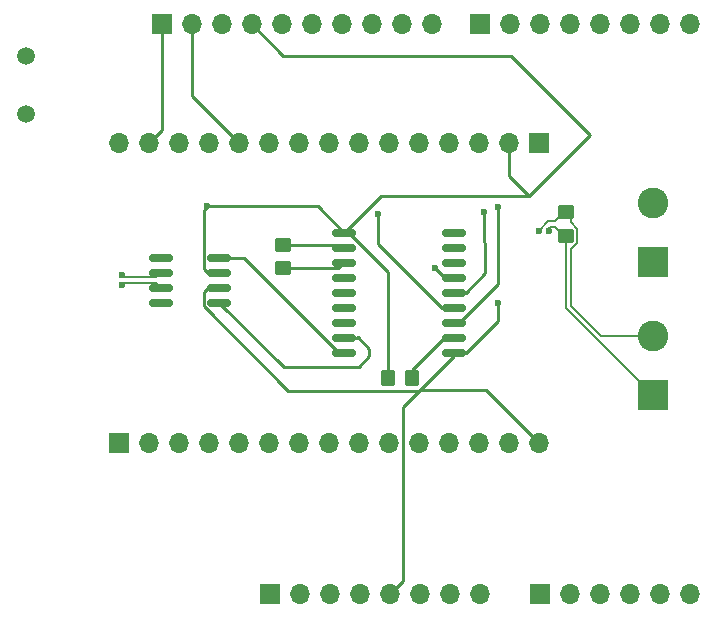
<source format=gbr>
%TF.GenerationSoftware,KiCad,Pcbnew,8.0.2*%
%TF.CreationDate,2024-05-23T15:40:16-04:00*%
%TF.ProjectId,ORA_Arduino_ESP_CAN_Shield_Rev_1.2,4f52415f-4172-4647-9569-6e6f5f455350,rev?*%
%TF.SameCoordinates,Original*%
%TF.FileFunction,Copper,L2,Bot*%
%TF.FilePolarity,Positive*%
%FSLAX46Y46*%
G04 Gerber Fmt 4.6, Leading zero omitted, Abs format (unit mm)*
G04 Created by KiCad (PCBNEW 8.0.2) date 2024-05-23 15:40:16*
%MOMM*%
%LPD*%
G01*
G04 APERTURE LIST*
G04 Aperture macros list*
%AMRoundRect*
0 Rectangle with rounded corners*
0 $1 Rounding radius*
0 $2 $3 $4 $5 $6 $7 $8 $9 X,Y pos of 4 corners*
0 Add a 4 corners polygon primitive as box body*
4,1,4,$2,$3,$4,$5,$6,$7,$8,$9,$2,$3,0*
0 Add four circle primitives for the rounded corners*
1,1,$1+$1,$2,$3*
1,1,$1+$1,$4,$5*
1,1,$1+$1,$6,$7*
1,1,$1+$1,$8,$9*
0 Add four rect primitives between the rounded corners*
20,1,$1+$1,$2,$3,$4,$5,0*
20,1,$1+$1,$4,$5,$6,$7,0*
20,1,$1+$1,$6,$7,$8,$9,0*
20,1,$1+$1,$8,$9,$2,$3,0*%
G04 Aperture macros list end*
%TA.AperFunction,ComponentPad*%
%ADD10R,1.700000X1.700000*%
%TD*%
%TA.AperFunction,ComponentPad*%
%ADD11O,1.700000X1.700000*%
%TD*%
%TA.AperFunction,ComponentPad*%
%ADD12C,1.500000*%
%TD*%
%TA.AperFunction,ComponentPad*%
%ADD13R,2.600000X2.600000*%
%TD*%
%TA.AperFunction,ComponentPad*%
%ADD14C,2.600000*%
%TD*%
%TA.AperFunction,SMDPad,CuDef*%
%ADD15RoundRect,0.150000X-0.875000X-0.150000X0.875000X-0.150000X0.875000X0.150000X-0.875000X0.150000X0*%
%TD*%
%TA.AperFunction,SMDPad,CuDef*%
%ADD16RoundRect,0.250000X0.450000X-0.350000X0.450000X0.350000X-0.450000X0.350000X-0.450000X-0.350000X0*%
%TD*%
%TA.AperFunction,SMDPad,CuDef*%
%ADD17RoundRect,0.250000X-0.450000X0.350000X-0.450000X-0.350000X0.450000X-0.350000X0.450000X0.350000X0*%
%TD*%
%TA.AperFunction,SMDPad,CuDef*%
%ADD18RoundRect,0.150000X0.825000X0.150000X-0.825000X0.150000X-0.825000X-0.150000X0.825000X-0.150000X0*%
%TD*%
%TA.AperFunction,SMDPad,CuDef*%
%ADD19RoundRect,0.250000X-0.350000X-0.450000X0.350000X-0.450000X0.350000X0.450000X-0.350000X0.450000X0*%
%TD*%
%TA.AperFunction,ViaPad*%
%ADD20C,0.600000*%
%TD*%
%TA.AperFunction,Conductor*%
%ADD21C,0.250000*%
%TD*%
%TA.AperFunction,Conductor*%
%ADD22C,0.200000*%
%TD*%
G04 APERTURE END LIST*
D10*
%TO.P,J1,1,Pin_1*%
%TO.N,unconnected-(J1-Pin_1-Pad1)*%
X127940000Y-97460000D03*
D11*
%TO.P,J1,2,Pin_2*%
%TO.N,unconnected-(J1-Pin_2-Pad2)*%
X130480000Y-97460000D03*
%TO.P,J1,3,Pin_3*%
%TO.N,unconnected-(J1-Pin_3-Pad3)*%
X133020000Y-97460000D03*
%TO.P,J1,4,Pin_4*%
%TO.N,unconnected-(J1-Pin_4-Pad4)*%
X135560000Y-97460000D03*
%TO.P,J1,5,Pin_5*%
%TO.N,+5V*%
X138100000Y-97460000D03*
%TO.P,J1,6,Pin_6*%
%TO.N,GND*%
X140640000Y-97460000D03*
%TO.P,J1,7,Pin_7*%
X143180000Y-97460000D03*
%TO.P,J1,8,Pin_8*%
%TO.N,unconnected-(J1-Pin_8-Pad8)*%
X145720000Y-97460000D03*
%TD*%
D10*
%TO.P,J3,1,Pin_1*%
%TO.N,unconnected-(J3-Pin_1-Pad1)*%
X150800000Y-97460000D03*
D11*
%TO.P,J3,2,Pin_2*%
%TO.N,unconnected-(J3-Pin_2-Pad2)*%
X153340000Y-97460000D03*
%TO.P,J3,3,Pin_3*%
%TO.N,unconnected-(J3-Pin_3-Pad3)*%
X155880000Y-97460000D03*
%TO.P,J3,4,Pin_4*%
%TO.N,unconnected-(J3-Pin_4-Pad4)*%
X158420000Y-97460000D03*
%TO.P,J3,5,Pin_5*%
%TO.N,unconnected-(J3-Pin_5-Pad5)*%
X160960000Y-97460000D03*
%TO.P,J3,6,Pin_6*%
%TO.N,unconnected-(J3-Pin_6-Pad6)*%
X163500000Y-97460000D03*
%TD*%
D10*
%TO.P,J2,1,Pin_1*%
%TO.N,SCL*%
X118796000Y-49200000D03*
D11*
%TO.P,J2,2,Pin_2*%
%TO.N,SDA*%
X121336000Y-49200000D03*
%TO.P,J2,3,Pin_3*%
%TO.N,unconnected-(J2-Pin_3-Pad3)*%
X123876000Y-49200000D03*
%TO.P,J2,4,Pin_4*%
%TO.N,GND*%
X126416000Y-49200000D03*
%TO.P,J2,5,Pin_5*%
%TO.N,SCK*%
X128956000Y-49200000D03*
%TO.P,J2,6,Pin_6*%
%TO.N,SO*%
X131496000Y-49200000D03*
%TO.P,J2,7,Pin_7*%
%TO.N,SI*%
X134036000Y-49200000D03*
%TO.P,J2,8,Pin_8*%
%TO.N,CS*%
X136576000Y-49200000D03*
%TO.P,J2,9,Pin_9*%
%TO.N,unconnected-(J2-Pin_9-Pad9)*%
X139116000Y-49200000D03*
%TO.P,J2,10,Pin_10*%
%TO.N,unconnected-(J2-Pin_10-Pad10)*%
X141656000Y-49200000D03*
%TD*%
D10*
%TO.P,J4,1,Pin_1*%
%TO.N,unconnected-(J4-Pin_1-Pad1)*%
X145720000Y-49200000D03*
D11*
%TO.P,J4,2,Pin_2*%
%TO.N,unconnected-(J4-Pin_2-Pad2)*%
X148260000Y-49200000D03*
%TO.P,J4,3,Pin_3*%
%TO.N,unconnected-(J4-Pin_3-Pad3)*%
X150800000Y-49200000D03*
%TO.P,J4,4,Pin_4*%
%TO.N,unconnected-(J4-Pin_4-Pad4)*%
X153340000Y-49200000D03*
%TO.P,J4,5,Pin_5*%
%TO.N,unconnected-(J4-Pin_5-Pad5)*%
X155880000Y-49200000D03*
%TO.P,J4,6,Pin_6*%
%TO.N,unconnected-(J4-Pin_6-Pad6)*%
X158420000Y-49200000D03*
%TO.P,J4,7,Pin_7*%
%TO.N,unconnected-(J4-Pin_7-Pad7)*%
X160960000Y-49200000D03*
%TO.P,J4,8,Pin_8*%
%TO.N,unconnected-(J4-Pin_8-Pad8)*%
X163500000Y-49200000D03*
%TD*%
D12*
%TO.P,Y1,1,1*%
%TO.N,Net-(U2-OSC1)*%
X107290000Y-51890000D03*
%TO.P,Y1,2,2*%
%TO.N,Net-(U2-OSC2)*%
X107290000Y-56770000D03*
%TD*%
D13*
%TO.P,J5,1,Pin_1*%
%TO.N,CAN-*%
X160365000Y-80600000D03*
D14*
%TO.P,J5,2,Pin_2*%
%TO.N,CAN+*%
X160365000Y-75600000D03*
%TD*%
D13*
%TO.P,J6,1,Pin_1*%
%TO.N,CAN-*%
X160365000Y-69340000D03*
D14*
%TO.P,J6,2,Pin_2*%
%TO.N,CAN+*%
X160365000Y-64340000D03*
%TD*%
D10*
%TO.P,U1,1,3V3*%
%TO.N,unconnected-(U1-3V3-Pad1)*%
X150720000Y-59240000D03*
D11*
%TO.P,U1,2,GND*%
%TO.N,GND*%
X148180000Y-59240000D03*
%TO.P,U1,3,D15*%
%TO.N,unconnected-(U1-D15-Pad3)*%
X145640000Y-59240000D03*
%TO.P,U1,4,D2*%
%TO.N,unconnected-(U1-D2-Pad4)*%
X143100000Y-59240000D03*
%TO.P,U1,5,D4*%
%TO.N,unconnected-(U1-D4-Pad5)*%
X140560000Y-59240000D03*
%TO.P,U1,6,RX2*%
%TO.N,unconnected-(U1-RX2-Pad6)*%
X138020000Y-59240000D03*
%TO.P,U1,7,TX2*%
%TO.N,unconnected-(U1-TX2-Pad7)*%
X135480000Y-59240000D03*
%TO.P,U1,8,D5*%
%TO.N,unconnected-(U1-D5-Pad8)*%
X132940000Y-59240000D03*
%TO.P,U1,9,D18*%
%TO.N,unconnected-(U1-D18-Pad9)*%
X130400000Y-59240000D03*
%TO.P,U1,10,D19*%
%TO.N,unconnected-(U1-D19-Pad10)*%
X127860000Y-59240000D03*
%TO.P,U1,11,D21*%
%TO.N,SDA*%
X125320000Y-59240000D03*
%TO.P,U1,12,RX0*%
%TO.N,unconnected-(U1-RX0-Pad12)*%
X122780000Y-59240000D03*
%TO.P,U1,13,TX0*%
%TO.N,unconnected-(U1-TX0-Pad13)*%
X120240000Y-59240000D03*
%TO.P,U1,14,D22*%
%TO.N,SCL*%
X117700000Y-59240000D03*
%TO.P,U1,15,D23*%
%TO.N,unconnected-(U1-D23-Pad15)*%
X115160000Y-59240000D03*
D10*
%TO.P,U1,16,EN*%
%TO.N,unconnected-(U1-EN-Pad16)*%
X115180000Y-84640000D03*
D11*
%TO.P,U1,17,VP*%
%TO.N,unconnected-(U1-VP-Pad17)*%
X117720000Y-84640000D03*
%TO.P,U1,18,VN*%
%TO.N,unconnected-(U1-VN-Pad18)*%
X120260000Y-84640000D03*
%TO.P,U1,19,D34*%
%TO.N,unconnected-(U1-D34-Pad19)*%
X122800000Y-84640000D03*
%TO.P,U1,20,D35*%
%TO.N,unconnected-(U1-D35-Pad20)*%
X125340000Y-84640000D03*
%TO.P,U1,21,D32*%
%TO.N,unconnected-(U1-D32-Pad21)*%
X127880000Y-84640000D03*
%TO.P,U1,22,D33*%
%TO.N,unconnected-(U1-D33-Pad22)*%
X130420000Y-84640000D03*
%TO.P,U1,23,D25*%
%TO.N,unconnected-(U1-D25-Pad23)*%
X132960000Y-84640000D03*
%TO.P,U1,24,D26*%
%TO.N,unconnected-(U1-D26-Pad24)*%
X135500000Y-84640000D03*
%TO.P,U1,25,D27*%
%TO.N,unconnected-(U1-D27-Pad25)*%
X138040000Y-84640000D03*
%TO.P,U1,26,D14*%
%TO.N,unconnected-(U1-D14-Pad26)*%
X140580000Y-84640000D03*
%TO.P,U1,27,D12*%
%TO.N,unconnected-(U1-D12-Pad27)*%
X143120000Y-84640000D03*
%TO.P,U1,28,D13*%
%TO.N,unconnected-(U1-D13-Pad28)*%
X145660000Y-84640000D03*
%TO.P,U1,29,GND*%
%TO.N,GND*%
X148200000Y-84640000D03*
%TO.P,U1,30,VIN*%
%TO.N,+5V*%
X150740000Y-84640000D03*
%TD*%
D15*
%TO.P,U2,1,TXCAN*%
%TO.N,Net-(U2-TXCAN)*%
X134230000Y-77020000D03*
%TO.P,U2,2,RXCAN*%
%TO.N,Net-(U2-RXCAN)*%
X134230000Y-75750000D03*
%TO.P,U2,3,CLKOUT/SOF*%
%TO.N,unconnected-(U2-CLKOUT{slash}SOF-Pad3)*%
X134230000Y-74480000D03*
%TO.P,U2,4,~{TX0RTS}*%
%TO.N,unconnected-(U2-~{TX0RTS}-Pad4)*%
X134230000Y-73210000D03*
%TO.P,U2,5,~{TX1RTS}*%
%TO.N,unconnected-(U2-~{TX1RTS}-Pad5)*%
X134230000Y-71940000D03*
%TO.P,U2,6,~{TX2RTS}*%
%TO.N,unconnected-(U2-~{TX2RTS}-Pad6)*%
X134230000Y-70670000D03*
%TO.P,U2,7,OSC2*%
%TO.N,Net-(U2-OSC2)*%
X134230000Y-69400000D03*
%TO.P,U2,8,OSC1*%
%TO.N,Net-(U2-OSC1)*%
X134230000Y-68130000D03*
%TO.P,U2,9,VSS*%
%TO.N,GND*%
X134230000Y-66860000D03*
%TO.P,U2,10,~{RX1BF}*%
%TO.N,unconnected-(U2-~{RX1BF}-Pad10)*%
X143530000Y-66860000D03*
%TO.P,U2,11,~{RX0BF}*%
%TO.N,unconnected-(U2-~{RX0BF}-Pad11)*%
X143530000Y-68130000D03*
%TO.P,U2,12,~{INT}*%
%TO.N,INT*%
X143530000Y-69400000D03*
%TO.P,U2,13,SCK*%
%TO.N,SCK*%
X143530000Y-70670000D03*
%TO.P,U2,14,SI*%
%TO.N,SI*%
X143530000Y-71940000D03*
%TO.P,U2,15,SO*%
%TO.N,SO*%
X143530000Y-73210000D03*
%TO.P,U2,16,~{CS}*%
%TO.N,CS*%
X143530000Y-74480000D03*
%TO.P,U2,17,~{RESET}*%
%TO.N,Net-(U2-~{RESET})*%
X143530000Y-75750000D03*
%TO.P,U2,18,VDD*%
%TO.N,+5V*%
X143530000Y-77020000D03*
%TD*%
D16*
%TO.P,R1,1*%
%TO.N,Net-(U2-OSC2)*%
X129030000Y-69880000D03*
%TO.P,R1,2*%
%TO.N,Net-(U2-OSC1)*%
X129030000Y-67880000D03*
%TD*%
D17*
%TO.P,TR1,1*%
%TO.N,CAN+*%
X152980000Y-65120000D03*
%TO.P,TR1,2*%
%TO.N,CAN-*%
X152980000Y-67120000D03*
%TD*%
D18*
%TO.P,U3,1,TXD*%
%TO.N,Net-(U2-TXCAN)*%
X123665000Y-68960000D03*
%TO.P,U3,2,VSS*%
%TO.N,GND*%
X123665000Y-70230000D03*
%TO.P,U3,3,VDD*%
%TO.N,+5V*%
X123665000Y-71500000D03*
%TO.P,U3,4,RXD*%
%TO.N,Net-(U2-RXCAN)*%
X123665000Y-72770000D03*
%TO.P,U3,5,Vref*%
%TO.N,unconnected-(U3-Vref-Pad5)*%
X118715000Y-72770000D03*
%TO.P,U3,6,CANL*%
%TO.N,CAN-*%
X118715000Y-71500000D03*
%TO.P,U3,7,CANH*%
%TO.N,CAN+*%
X118715000Y-70230000D03*
%TO.P,U3,8,Rs*%
%TO.N,Net-(U3-Rs)*%
X118715000Y-68960000D03*
%TD*%
D19*
%TO.P,R2,1*%
%TO.N,GND*%
X137960000Y-79160000D03*
%TO.P,R2,2*%
%TO.N,Net-(U2-~{RESET})*%
X139960000Y-79160000D03*
%TD*%
D20*
%TO.N,GND*%
X122620000Y-64620000D03*
X137910000Y-79180000D03*
%TO.N,+5V*%
X147220000Y-72780000D03*
%TO.N,Net-(U2-OSC2)*%
X129110000Y-69870000D03*
%TO.N,Net-(U2-OSC1)*%
X134230000Y-68190000D03*
%TO.N,CAN+*%
X115390000Y-70440000D03*
X150705000Y-66670000D03*
X153020000Y-65140000D03*
%TO.N,CAN-*%
X151555000Y-66670000D03*
X152980000Y-67080000D03*
X115390000Y-71290000D03*
%TO.N,Net-(U3-Rs)*%
X118510000Y-68930000D03*
%TO.N,SCK*%
X141920000Y-69850000D03*
%TO.N,SI*%
X146110000Y-65090000D03*
%TO.N,CS*%
X147230000Y-64680000D03*
%TO.N,SO*%
X137090000Y-65250000D03*
%TD*%
D21*
%TO.N,GND*%
X137910000Y-79180000D02*
X137960000Y-70159092D01*
X122360000Y-69899999D02*
X122360000Y-64910000D01*
X122690001Y-70230000D02*
X122360000Y-69899999D01*
X137350000Y-63740000D02*
X134230000Y-66860000D01*
X126416000Y-49200000D02*
X129076000Y-51860000D01*
X122620000Y-64650000D02*
X122620000Y-64620000D01*
X122620000Y-64620000D02*
X122650000Y-64620000D01*
X148180000Y-59240000D02*
X148180000Y-62020000D01*
X134220000Y-66860000D02*
X131980000Y-64620000D01*
X148180000Y-62020000D02*
X149900000Y-63740000D01*
X123665000Y-70230000D02*
X122690001Y-70230000D01*
X155085000Y-58555000D02*
X149900000Y-63740000D01*
X131980000Y-64620000D02*
X122620000Y-64620000D01*
X122360000Y-64910000D02*
X122620000Y-64650000D01*
X149900000Y-63740000D02*
X137350000Y-63740000D01*
X129076000Y-51860000D02*
X148390000Y-51860000D01*
X134230000Y-66860000D02*
X134220000Y-66860000D01*
X137960000Y-79160000D02*
X137910000Y-79180000D01*
X148390000Y-51860000D02*
X155085000Y-58555000D01*
X137960000Y-70159092D02*
X134660908Y-66860000D01*
X122650000Y-64620000D02*
X122600000Y-64670000D01*
X134660908Y-66860000D02*
X134230000Y-66860000D01*
%TO.N,+5V*%
X139215000Y-81605000D02*
X139215000Y-96345000D01*
X139215000Y-96345000D02*
X138100000Y-97460000D01*
X123665000Y-71500000D02*
X122690001Y-71500000D01*
X129460000Y-80220000D02*
X140600000Y-80220000D01*
X122340000Y-71850001D02*
X122340000Y-73100000D01*
X147220000Y-74354999D02*
X147220000Y-72780000D01*
X140600000Y-80220000D02*
X140685000Y-80135000D01*
X122690001Y-71500000D02*
X122340000Y-71850001D01*
X143530000Y-77290000D02*
X143530000Y-77020000D01*
X140685000Y-80135000D02*
X139215000Y-81605000D01*
X144554999Y-77020000D02*
X147220000Y-74354999D01*
X143530000Y-77020000D02*
X144554999Y-77020000D01*
X146235000Y-80135000D02*
X150740000Y-84640000D01*
X140600000Y-80220000D02*
X143530000Y-77290000D01*
X122340000Y-73100000D02*
X129460000Y-80220000D01*
X140685000Y-80135000D02*
X146235000Y-80135000D01*
%TO.N,Net-(U2-OSC2)*%
X133750000Y-69880000D02*
X134230000Y-69400000D01*
X129100000Y-69880000D02*
X129110000Y-69870000D01*
X129110000Y-69870000D02*
X129120000Y-69880000D01*
X129120000Y-69880000D02*
X133750000Y-69880000D01*
X129030000Y-69880000D02*
X129100000Y-69880000D01*
%TO.N,Net-(U2-OSC1)*%
X134290000Y-68190000D02*
X134230000Y-68130000D01*
X134230000Y-68130000D02*
X134230000Y-68190000D01*
X134230000Y-68190000D02*
X134290000Y-68190000D01*
X133980000Y-67880000D02*
X134230000Y-68130000D01*
X129030000Y-67880000D02*
X133980000Y-67880000D01*
%TO.N,SCL*%
X118796000Y-49200000D02*
X118796000Y-58144000D01*
X118796000Y-58144000D02*
X117700000Y-59240000D01*
%TO.N,SDA*%
X121336000Y-55256000D02*
X125320000Y-59240000D01*
X121336000Y-49200000D02*
X121336000Y-55256000D01*
D22*
%TO.N,CAN+*%
X151480000Y-65895000D02*
X152105000Y-65895000D01*
X118715000Y-70230000D02*
X118305001Y-70639999D01*
X156001397Y-75600000D02*
X160365000Y-75600000D01*
X153000000Y-65140000D02*
X153020000Y-65140000D01*
X153020000Y-65140000D02*
X153020000Y-65160000D01*
X153430000Y-68254744D02*
X153430000Y-73028603D01*
X152980000Y-65120000D02*
X153000000Y-65140000D01*
X153430000Y-65985256D02*
X153980000Y-66535256D01*
X153430000Y-65570000D02*
X153430000Y-65985256D01*
X153430000Y-73028603D02*
X156001397Y-75600000D01*
X153020000Y-65160000D02*
X153430000Y-65570000D01*
X153980000Y-67704744D02*
X153430000Y-68254744D01*
X118305001Y-70639999D02*
X115589999Y-70639999D01*
X152880000Y-65120000D02*
X152980000Y-65120000D01*
X115589999Y-70639999D02*
X115390000Y-70440000D01*
X152105000Y-65895000D02*
X152880000Y-65120000D01*
X153980000Y-66535256D02*
X153980000Y-67704744D01*
X150705000Y-66670000D02*
X151480000Y-65895000D01*
%TO.N,CAN-*%
X152980000Y-67120000D02*
X152980000Y-73215000D01*
X115589999Y-71090001D02*
X115390000Y-71290000D01*
X151666397Y-66345000D02*
X152105000Y-66345000D01*
X152880000Y-67120000D02*
X152980000Y-67080000D01*
X151555000Y-66670000D02*
X151555000Y-66456397D01*
X152980000Y-73215000D02*
X160365000Y-80600000D01*
X152980000Y-67080000D02*
X152980000Y-67120000D01*
X118715000Y-71500000D02*
X118305001Y-71090001D01*
X152105000Y-66345000D02*
X152880000Y-67120000D01*
X118305001Y-71090001D02*
X115589999Y-71090001D01*
X151555000Y-66456397D02*
X151666397Y-66345000D01*
D21*
%TO.N,Net-(U2-~{RESET})*%
X139960000Y-79160000D02*
X139960000Y-78460000D01*
X139960000Y-78460000D02*
X142670000Y-75750000D01*
X142670000Y-75750000D02*
X143530000Y-75750000D01*
%TO.N,SCK*%
X142740000Y-70670000D02*
X141920000Y-69850000D01*
X143530000Y-70670000D02*
X142740000Y-70670000D01*
%TO.N,Net-(U2-TXCAN)*%
X125739092Y-68960000D02*
X133799092Y-77020000D01*
X133799092Y-77020000D02*
X134230000Y-77020000D01*
X123665000Y-68960000D02*
X125739092Y-68960000D01*
%TO.N,SI*%
X144554999Y-71940000D02*
X146190000Y-70304999D01*
X146110000Y-65090000D02*
X146190000Y-65010000D01*
X146190000Y-70304999D02*
X146110000Y-65090000D01*
X143530000Y-71940000D02*
X144554999Y-71940000D01*
%TO.N,Net-(U2-RXCAN)*%
X135460000Y-78220000D02*
X136360000Y-77320000D01*
X135340000Y-75750000D02*
X134230000Y-75750000D01*
X136360000Y-76710000D02*
X135370000Y-75720000D01*
X129115000Y-78220000D02*
X135460000Y-78220000D01*
X135370000Y-75720000D02*
X135340000Y-75750000D01*
X123665000Y-72770000D02*
X129115000Y-78220000D01*
X136360000Y-77320000D02*
X136360000Y-76710000D01*
%TO.N,CS*%
X147230000Y-71210908D02*
X143960908Y-74480000D01*
X147230000Y-64680000D02*
X147230000Y-71210908D01*
X143960908Y-74480000D02*
X143530000Y-74480000D01*
%TO.N,SO*%
X142505001Y-73210000D02*
X137090000Y-67794999D01*
X137090000Y-67794999D02*
X137090000Y-65250000D01*
X143530000Y-73210000D02*
X142505001Y-73210000D01*
%TD*%
M02*

</source>
